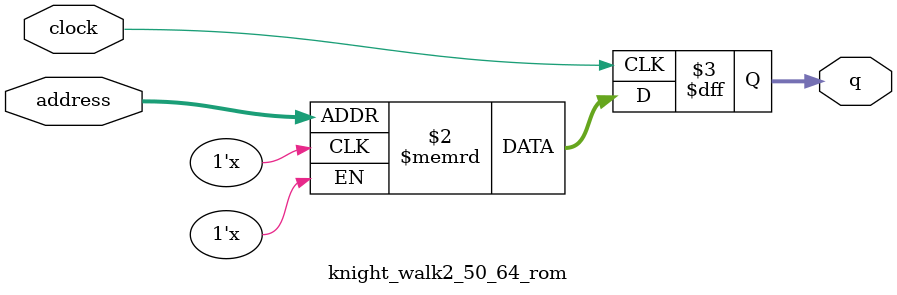
<source format=sv>
module knight_walk2_50_64_rom (
	input logic clock,
	input logic [11:0] address,
	output logic [2:0] q
);

logic [2:0] memory [0:3199] /* synthesis ram_init_file = "./knight_walk2_50_64/knight_walk2_50_64.mif" */;

always_ff @ (posedge clock) begin
	q <= memory[address];
end

endmodule

</source>
